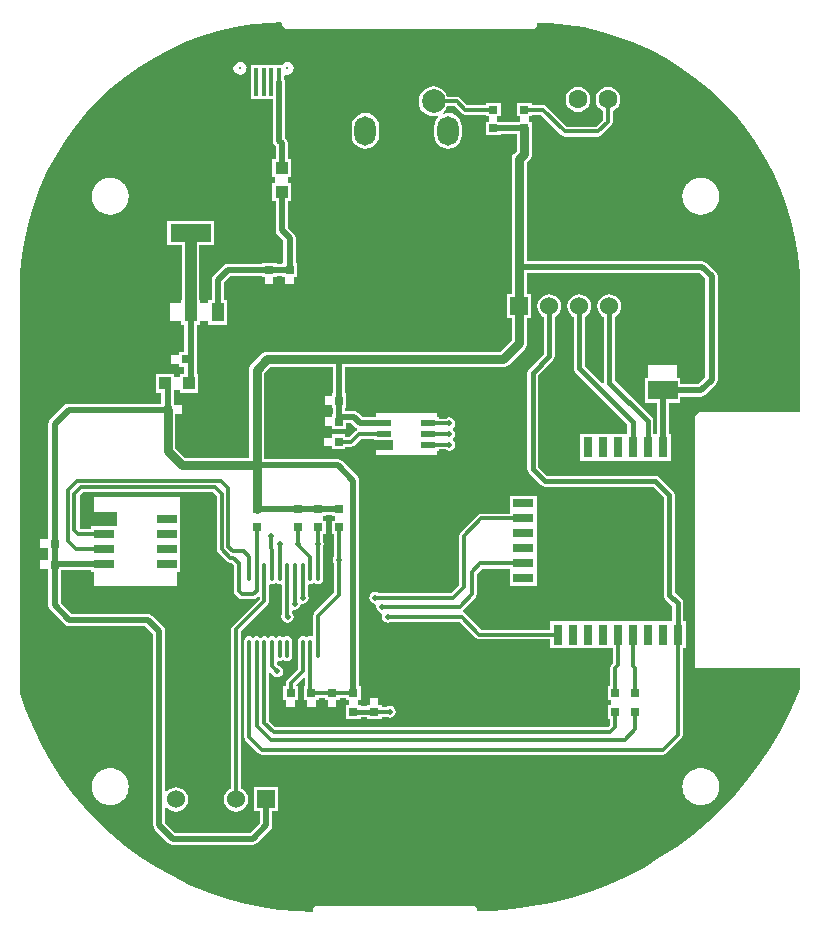
<source format=gtl>
%FSTAX23Y23*%
%MOIN*%
%SFA1B1*%

%IPPOS*%
%ADD12C,0.011811*%
%ADD30R,0.015748X0.094488*%
%ADD31R,0.031496X0.070000*%
%ADD32R,0.070000X0.031496*%
%ADD33R,0.030000X0.025000*%
%ADD34R,0.025000X0.030000*%
%ADD35R,0.098425X0.062992*%
%ADD36R,0.047244X0.023622*%
%ADD37R,0.043307X0.061024*%
%ADD38R,0.135827X0.061024*%
%ADD39R,0.043307X0.061024*%
%ADD40R,0.070866X0.031496*%
%ADD41R,0.043307X0.039370*%
%ADD42R,0.039370X0.043307*%
%ADD43O,0.011811X0.062992*%
%ADD65C,0.019685*%
%ADD66C,0.031496*%
%ADD67C,0.015748*%
%ADD68C,0.039370*%
%ADD69C,0.062992*%
%ADD70C,0.011811*%
%ADD71O,0.055118X0.086614*%
%ADD72O,0.070866X0.098425*%
%ADD73C,0.078740*%
%ADD74R,0.060000X0.060000*%
%ADD75C,0.060000*%
%ADD76C,0.019685*%
%LNÎÂÊª¶È¹âÕÕ´«¸Ð-1*%
%LPD*%
G36*
X05928Y04048D02*
Y04044D01*
X05928Y04044*
X05928Y04043*
X05929Y04038*
X05932Y04034*
X05936Y04031*
X05941Y0403*
X06766*
X0677Y04031*
X06775Y04034*
X06777Y04038*
X06778Y04043*
X06778Y04044*
X06778Y04044*
Y04047*
X06782Y0405*
X0682Y04049*
X06878Y04043*
X06935Y04034*
X06992Y0402*
X07048Y04003*
X07103Y03983*
X07156Y03959*
X07208Y03931*
X07257Y039*
X07305Y03866*
X0735Y03829*
X07393Y03789*
X07433Y03747*
X0747Y03701*
X07504Y03654*
X07534Y03604*
X07562Y03553*
X07586Y03499*
X07607Y03445*
X07624Y03389*
X07637Y03332*
X07646Y03274*
X07652Y03216*
X07654Y03163*
X07654Y03158*
Y03156*
Y03153*
Y02751*
X07317*
X07303Y02737*
Y01902*
X07306Y019*
X07654*
Y01827*
X07648Y01811*
X07621Y01751*
X07591Y01693*
X07558Y01636*
X07521Y01581*
X07481Y01529*
X07439Y01478*
X07394Y01431*
X07346Y01385*
X07296Y01343*
X07243Y01303*
X07188Y01267*
X07132Y01233*
X07073Y01203*
X07013Y01176*
X06952Y01153*
X06889Y01133*
X06825Y01116*
X06761Y01104*
X06696Y01094*
X0663Y01089*
X06581Y01088*
X06577Y01091*
Y01093*
X06576Y01098*
X06573Y01102*
X06569Y01104*
X06564Y01105*
X06043*
X06038Y01104*
X06034Y01102*
X06031Y01098*
X0603Y01093*
Y01089*
X06027Y01086*
X0598Y01087*
X05918Y01093*
X05856Y01102*
X05795Y01115*
X05735Y01132*
X05676Y01152*
X05618Y01176*
X05562Y01204*
X05507Y01235*
X05455Y01269*
X05404Y01306*
X05356Y01346*
X05311Y01389*
X05268Y01434*
X05228Y01482*
X05191Y01533*
X05157Y01585*
X05126Y0164*
X05099Y01696*
X05075Y01754*
X05054Y01813*
X05053Y01819*
Y03161*
X05052Y03162*
X05054Y03218*
X0506Y03276*
X05069Y03333*
X05083Y0339*
X051Y03446*
X0512Y03501*
X05144Y03554*
X05172Y03606*
X05203Y03655*
X05237Y03703*
X05274Y03748*
X05314Y03791*
X05356Y03831*
X05402Y03868*
X05449Y03902*
X05499Y03933*
X0555Y0396*
X05603Y03984*
X05658Y04005*
X05714Y04022*
X05771Y04035*
X05829Y04045*
X05887Y0405*
X05925Y04052*
X05928Y04048*
G37*
%LNÎÂÊª¶È¹âÕÕ´«¸Ð-2*%
%LPC*%
G36*
X05945Y03919D02*
X05936Y03918D01*
X05929Y03913*
X05927Y0391*
X05822*
Y03795*
X05897*
Y03787*
X05896Y03785*
X05897Y03782*
Y03656*
X05898Y03648*
X05903Y03642*
X05906Y03638*
Y03594*
X05895*
Y03534*
X05905*
Y03515*
X05895*
Y03455*
X05906*
Y03357*
X05908Y03349*
X05912Y03342*
X05931Y03323*
Y03248*
X05927*
Y03246*
X05909*
Y03248*
X05859*
Y03246*
X05746*
X05738Y03244*
X05731Y0324*
X05698Y03206*
X05693Y032*
X05692Y03192*
Y03124*
X0568*
Y03114*
X05653*
Y03124*
X05651*
Y03309*
X05699*
Y0339*
X05544*
Y03309*
X05592*
Y03124*
X0559*
Y03114*
X05554*
Y03055*
X0559*
Y03043*
X05601*
Y02952*
X05583*
Y02941*
X05558*
Y02912*
X05583*
Y02902*
X05601*
Y02878*
X05586*
Y02868*
X05567*
Y02878*
X05507*
Y02815*
X05525*
Y02785*
X05523*
Y0278*
X05216*
X05208Y02778*
X05201Y02774*
X05154Y02727*
X0515Y0272*
X05148Y02713*
Y02338*
X05146*
Y02327*
X05121*
Y02298*
X05146*
Y02288*
X05148*
Y02268*
X05146*
Y02257*
X05121*
Y02228*
X05146*
Y02218*
X05148*
Y02108*
X0515Y021*
X05154Y02093*
X05203Y02044*
X0521Y0204*
X05218Y02038*
X05471*
X05497Y02012*
Y01375*
X05499Y01367*
X05503Y0136*
X05548Y01315*
X05555Y01311*
X05563Y01309*
X0583*
X05837Y01311*
X05844Y01315*
X05888Y01359*
X05892Y01366*
X05894Y01374*
Y01421*
X05914*
Y01501*
X05834*
Y01421*
X05853*
Y01382*
X05821Y0135*
X05571*
X05538Y01383*
Y01433*
X05543Y01435*
X05545Y01432*
X05553Y01426*
X05563Y01422*
X05574Y0142*
X05584Y01422*
X05594Y01426*
X05602Y01432*
X05608Y0144*
X05612Y0145*
X05614Y01461*
X05612Y01471*
X05608Y01481*
X05602Y01489*
X05594Y01495*
X05584Y01499*
X05574Y01501*
X05563Y01499*
X05553Y01495*
X05545Y01489*
X05543Y01486*
X05538Y01488*
Y02021*
X05536Y02028*
X05532Y02035*
X05494Y02073*
X05487Y02077*
X0548Y02079*
X05226*
X05189Y02116*
Y02218*
X05191*
Y02225*
X05289*
Y0222*
X05299*
Y02173*
X05578*
Y0222*
X05588*
Y0227*
Y0232*
Y0237*
Y02421*
X05587*
Y02468*
X05299*
Y02418*
X05376*
Y02371*
X05289*
Y02362*
X05255*
X05252Y02365*
Y02473*
X05263Y02484*
X05697*
X05709Y02472*
Y02294*
X05711Y02287*
X05714Y02282*
X05742Y02254*
X05747Y02251*
X05753Y02249*
X05759*
X05766Y02242*
Y02155*
X05768Y02148*
X05771Y02143*
X05782Y02132*
X05787Y02129*
X05794Y02127*
X05831*
X05837Y02129*
X05842Y02132*
X05847Y02137*
X05852Y02135*
Y02129*
X05762Y0204*
X05759Y02035*
X05757Y02029*
Y01497*
X05753Y01495*
X05745Y01489*
X05739Y01481*
X05735Y01471*
X05733Y01461*
X05735Y0145*
X05739Y0144*
X05745Y01432*
X05753Y01426*
X05763Y01422*
X05774Y0142*
X05784Y01422*
X05794Y01426*
X05802Y01432*
X05808Y0144*
X05812Y0145*
X05814Y01461*
X05812Y01471*
X05808Y01481*
X05802Y01489*
X05794Y01495*
X0579Y01497*
Y02022*
X05879Y02111*
X05883Y02117*
X05884Y02123*
Y02175*
X05889Y02179*
X05893Y02178*
X059Y02179*
X05905Y02182*
X05907*
X05913Y02179*
X05919Y02178*
X05923Y02178*
X05928Y02175*
Y02079*
X05927Y02077*
X05925Y0207*
X05927Y02062*
X05931Y02055*
X05938Y02051*
X05946Y02049*
X05953Y02051*
X0596Y02055*
X05964Y02062*
X05966Y0207*
X05964Y02077*
X0596Y02083*
Y02089*
X05965Y02093*
X0597Y02092*
X05977Y02094*
X05984Y02098*
X05988Y02105*
X0599Y02113*
X05991Y02113*
X05996Y02112*
X06003Y02114*
X0601Y02118*
X06014Y02125*
X06016Y02133*
X06014Y0214*
X06012Y02144*
Y02175*
X06017Y02179*
X06021Y02178*
X06027Y02179*
X0603Y02181*
X06034Y02182*
X06038Y02181*
X06041Y02179*
X06047Y02178*
X06053Y02179*
X06058Y02182*
X06062Y02188*
X06063Y02194*
Y02245*
Y02301*
X06065Y02304*
X06067Y02312*
X06065Y02319*
X06063Y02322*
Y02344*
X06073*
Y02389*
X06062*
Y02406*
X06073*
Y02408*
X06092*
Y02406*
X06102*
Y02389*
X06092*
Y02344*
X061*
Y02271*
X06098Y02267*
X06096Y0226*
X06098Y02252*
X061Y02248*
Y02149*
X06035Y02084*
X06032Y02079*
X06031Y02073*
Y02007*
X06026Y02004*
X06021Y02005*
X06015Y02004*
X0601Y02*
X06007*
X06002Y02004*
X05996Y02005*
X05989Y02004*
X05984Y02*
X05981Y01995*
X05979Y01989*
Y01963*
Y01937*
Y01894*
X05944Y01859*
X05941Y01854*
X05939Y01848*
Y01837*
X05931*
Y01792*
X05941*
Y01767*
X0597*
Y01792*
X05981*
Y01837*
X05975*
X05973Y01842*
X06Y0187*
X06005Y01868*
Y01837*
X06*
Y01792*
X0601*
Y01767*
X06039*
Y01792*
X0605*
Y01798*
X06069*
Y01792*
X06079*
Y01767*
X06108*
Y01792*
X06119*
Y01798*
X0614*
Y01792*
X0615*
Y01775*
X0614*
Y0173*
X0619*
Y01734*
X06209*
Y0173*
X06259*
Y01736*
X06275*
X06279Y01734*
X06287Y01732*
X06294Y01734*
X06301Y01738*
X06305Y01745*
X06307Y01753*
X06305Y0176*
X06301Y01767*
X06294Y01771*
X06287Y01773*
X06279Y01771*
X06275Y01769*
X06259*
Y01775*
X06248*
Y018*
X06219*
Y01775*
X06209*
Y01771*
X0619*
Y01775*
X06179*
Y01792*
X0619*
Y01837*
X06185*
Y02523*
X06183Y0253*
X06179Y02537*
X06128Y02588*
X06121Y02592*
X06114Y02594*
X05867*
Y02882*
X05886Y02901*
X06096*
Y02815*
X06094*
Y02804*
X06069*
Y02775*
X06094*
Y02765*
X06096*
Y02745*
X06094*
Y02734*
X06069*
Y02705*
X06094*
Y02695*
X06139*
Y02715*
X06158*
X06174Y027*
X06176Y02698*
X06176Y02692*
X06173Y0269*
X06151Y02668*
X06138*
Y02677*
X06093*
Y02666*
X06068*
Y02637*
X06093*
Y02627*
X06138*
Y02635*
X06158*
X06164Y02637*
X06169Y0264*
X06191Y02662*
X06232*
Y02657*
X06296*
Y02624*
X06239*
Y02607*
X06443*
Y02621*
X06449*
Y02627*
X06473*
X06476Y02624*
X06484Y02623*
X06492Y02624*
X06498Y02629*
X06503Y02635*
X06504Y02643*
X06503Y02651*
X06498Y02657*
X06497Y02658*
Y02663*
X06498Y02664*
X06503Y02671*
X06504Y02679*
X06503Y02686*
X06498Y02693*
X06497Y02694*
Y02699*
X06498Y027*
X06503Y02706*
X06504Y02714*
X06503Y02722*
X06498Y02728*
X06492Y02733*
X06484Y02734*
X06476Y02733*
X06473Y0273*
X06449*
Y02736*
X06443*
Y02749*
X06239*
Y02736*
X06232*
Y02734*
X06196*
X06181Y0275*
X06174Y02754*
X06167Y02756*
X06137*
Y02765*
X06139*
Y02815*
X06137*
Y02901*
X06664*
X0667Y02901*
X06676Y02904*
X06682Y02908*
X06736Y02962*
X0674Y02968*
X06743Y02974*
X06743Y02981*
Y03065*
X06758*
Y03145*
X06743*
Y03214*
X07319*
X07338Y03195*
Y02867*
X07315Y02844*
X07255*
Y02865*
X07245*
Y02909*
X07147*
Y02865*
X07136*
Y02782*
X07176*
Y0268*
X07164*
Y02722*
X07163Y02728*
X07159Y02734*
X07036Y02858*
Y03069*
X07038Y0307*
X07046Y03076*
X07052Y03084*
X07056Y03094*
X07058Y03105*
X07056Y03115*
X07052Y03125*
X07046Y03133*
X07038Y03139*
X07028Y03143*
X07018Y03145*
X07007Y03143*
X06997Y03139*
X06989Y03133*
X06983Y03125*
X06979Y03115*
X06977Y03105*
X06979Y03094*
X06983Y03084*
X06989Y03076*
X06997Y0307*
X06999Y03069*
Y0285*
X07Y02848*
X06995Y02846*
X06936Y02905*
Y03069*
X06938Y0307*
X06946Y03076*
X06952Y03084*
X06956Y03094*
X06958Y03105*
X06956Y03115*
X06952Y03125*
X06946Y03133*
X06938Y03139*
X06928Y03143*
X06918Y03145*
X06907Y03143*
X06897Y03139*
X06889Y03133*
X06883Y03125*
X06879Y03115*
X06877Y03105*
X06879Y03094*
X06883Y03084*
X06889Y03076*
X06897Y0307*
X06899Y03069*
Y02898*
X06901Y02891*
X06905Y02885*
X07078Y02711*
Y0268*
X0692*
Y0259*
X07222*
Y0268*
X07216*
Y02782*
X07255*
Y02803*
X07324*
X07331Y02805*
X07338Y02809*
X07373Y02844*
X07377Y02851*
X07379Y02859*
Y03204*
X07377Y03211*
X07373Y03218*
X07342Y03249*
X07335Y03253*
X07328Y03255*
X06743*
Y03584*
X06753Y03593*
X06757Y03599*
X0676Y03605*
X0676Y03612*
Y03698*
X0676Y03704*
X0676Y03704*
Y0372*
X06749*
Y03737*
X0676*
Y03743*
X0679*
X06858Y03675*
X06863Y03672*
X0687Y0367*
X06981*
X06987Y03672*
X06992Y03675*
X07025Y03708*
X07028Y03713*
X0703Y0372*
Y03755*
X07034Y03757*
X07043Y03764*
X0705Y03773*
X07054Y03783*
X07055Y03794*
X07054Y03804*
X0705Y03814*
X07043Y03823*
X07034Y0383*
X07024Y03834*
X07014Y03835*
X07003Y03834*
X06993Y0383*
X06984Y03823*
X06977Y03814*
X06973Y03804*
X06972Y03794*
X06973Y03783*
X06977Y03773*
X06984Y03764*
X06993Y03757*
X06997Y03755*
Y03726*
X06974Y03703*
X06876*
X06808Y03771*
X06803Y03774*
X06797Y03776*
X0676*
Y03782*
X0671*
Y03737*
X0672*
Y0372*
X0671*
Y03718*
X06656*
Y0372*
X06645*
Y03737*
X06656*
Y03782*
X06606*
Y03776*
X06543*
X0652Y03799*
X06515Y03802*
X06509Y03803*
X06478*
X06475Y03812*
X06467Y03822*
X06456Y0383*
X06444Y03835*
X06432Y03837*
X06419Y03835*
X06407Y0383*
X06396Y03822*
X06388Y03812*
X06383Y038*
X06382Y03787*
X06383Y03774*
X06388Y03762*
X06396Y03752*
X06407Y03744*
X06419Y03739*
X06432Y03737*
X06444Y03739*
X06447Y0374*
X06449Y03736*
X06448Y03735*
X06441Y03725*
X06436Y03714*
X06435Y03702*
Y03675*
X06436Y03663*
X06441Y03652*
X06448Y03642*
X06458Y03635*
X06469Y03631*
X06481Y03629*
X06493Y03631*
X06504Y03635*
X06513Y03642*
X0652Y03652*
X06525Y03663*
X06527Y03675*
Y03702*
X06525Y03714*
X0652Y03725*
X06513Y03735*
X06504Y03742*
X06493Y03747*
X06481Y03748*
X06469Y03747*
X06467Y03746*
X06465Y0375*
X06467Y03752*
X06475Y03762*
X06478Y03771*
X06502*
X06525Y03748*
X0653Y03745*
X06537Y03743*
X06606*
Y03737*
X06616*
Y0372*
X06606*
Y03675*
X06656*
Y03677*
X06709*
Y03622*
X06699Y03613*
X06695Y03607*
X06692Y03601*
X06692Y03595*
Y03235*
Y03145*
X06678*
Y03065*
X06692*
Y02991*
X06653Y02952*
X05876*
X05869Y02952*
X05863Y02949*
X05857Y02945*
X05823Y02911*
X05819Y02905*
X05816Y02899*
X05816Y02893*
Y02599*
X05605*
X05571Y02633*
Y02745*
X05593*
Y02774*
X05568*
Y02785*
X05566*
Y02815*
X05567*
Y02825*
X05586*
Y02815*
X05646*
Y02878*
X05642*
Y03043*
X05653*
Y03055*
X0568*
Y03043*
X05744*
Y03124*
X05732*
Y03184*
X05754Y03205*
X05859*
Y03203*
X05869*
Y03178*
X05898*
Y03203*
X05909*
Y03205*
X05927*
Y03203*
X05937*
Y03178*
X05966*
Y03203*
X05977*
Y03248*
X05972*
Y03332*
X0597Y03339*
X05966Y03346*
X05947Y03365*
Y03455*
X05958*
Y03515*
X05948*
Y03534*
X05958*
Y03594*
X05947*
Y03647*
X05945Y03654*
X05941Y03661*
X05937Y03664*
Y03852*
X05936Y0386*
X05935Y03861*
Y03872*
X0594Y03876*
X05945Y03875*
X05953Y03877*
X05961Y03881*
X05965Y03889*
X05967Y03897*
X05965Y03906*
X05961Y03913*
X05953Y03918*
X05945Y03919*
G37*
G36*
X05787D02*
X05779Y03918D01*
X05772Y03913*
X05767Y03906*
X05765Y03897*
X05767Y03889*
X05772Y03881*
X05779Y03877*
X05787Y03875*
X05796Y03877*
X05803Y03881*
X05808Y03889*
X0581Y03897*
X05808Y03906*
X05803Y03913*
X05796Y03918*
X05787Y03919*
G37*
G36*
X06914Y03835D02*
X06903Y03834D01*
X06893Y0383*
X06884Y03823*
X06877Y03814*
X06873Y03804*
X06872Y03794*
X06873Y03783*
X06877Y03773*
X06884Y03764*
X06893Y03757*
X06903Y03753*
X06914Y03752*
X06924Y03753*
X06934Y03757*
X06943Y03764*
X0695Y03773*
X06954Y03783*
X06955Y03794*
X06954Y03804*
X0695Y03814*
X06943Y03823*
X06934Y0383*
X06924Y03834*
X06914Y03835*
G37*
G36*
X06205Y03748D02*
X06193Y03747D01*
X06182Y03742*
X06173Y03735*
X06165Y03725*
X06161Y03714*
X06159Y03702*
Y03675*
X06161Y03663*
X06165Y03652*
X06173Y03642*
X06182Y03635*
X06193Y03631*
X06205Y03629*
X06217Y03631*
X06228Y03635*
X06238Y03642*
X06245Y03652*
X06249Y03663*
X06251Y03675*
Y03702*
X06249Y03714*
X06245Y03725*
X06238Y03735*
X06228Y03742*
X06217Y03747*
X06205Y03748*
G37*
G36*
X07323Y03533D02*
X07319Y03533D01*
X07318*
X07317Y03533*
X07316*
X07314Y03532*
X07311Y03532*
X07307Y03531*
X07306Y03531*
X07305Y0353*
X07304Y0353*
X07303Y0353*
X07299Y03529*
X07296Y03527*
X07295Y03526*
X07294Y03526*
X07293Y03525*
X07292Y03525*
X07288Y03523*
X07286Y03521*
X07284Y0352*
X07284Y03519*
X07283Y03519*
X07282Y03518*
X07279Y03515*
X07277Y03512*
X07276Y03511*
X07275Y03511*
X07275Y0351*
X07274Y03509*
X07271Y03506*
X0727Y03503*
X07269Y03501*
X07269Y03501*
X07268Y035*
X07267Y03498*
X07266Y03495*
X07265Y03492*
X07264Y0349*
X07264Y03489*
X07264Y03489*
X07263Y03487*
X07262Y03484*
X07262Y0348*
X07262Y03479*
Y03478*
X07261Y03477*
Y03475*
X07261Y03472*
X07261Y03468*
Y03467*
X07262Y03466*
Y03465*
X07262Y03463*
X07262Y0346*
X07263Y03456*
X07264Y03455*
X07264Y03454*
X07264Y03453*
X07265Y03451*
X07266Y03448*
X07267Y03445*
X07268Y03443*
X07269Y03443*
X07269Y03442*
X0727Y0344*
X07271Y03437*
X07274Y03435*
X07275Y03433*
X07275Y03433*
X07276Y03432*
X07277Y03431*
X07279Y03428*
X07282Y03426*
X07283Y03425*
X07284Y03424*
X07284Y03423*
X07286Y03423*
X07288Y0342*
X07292Y03419*
X07293Y03418*
X07294Y03417*
X07295Y03417*
X07296Y03416*
X07299Y03415*
X07303Y03414*
X07304Y03413*
X07305Y03413*
X07306Y03412*
X07307Y03412*
X07311Y03411*
X07314Y03411*
X07316Y0341*
X07317*
X07318Y0341*
X07319*
X07323Y0341*
X07326Y0341*
X07328*
X07329Y0341*
X0733*
X07331Y03411*
X07335Y03411*
X07338Y03412*
X0734Y03412*
X07341Y03413*
X07342Y03413*
X07343Y03414*
X07346Y03415*
X0735Y03416*
X07351Y03417*
X07352Y03417*
X07353Y03418*
X07354Y03419*
X07357Y0342*
X0736Y03423*
X07361Y03423*
X07362Y03424*
X07363Y03425*
X07364Y03426*
X07366Y03428*
X07369Y03431*
X0737Y03432*
X0737Y03433*
X07371Y03433*
X07372Y03435*
X07374Y03437*
X07376Y0344*
X07377Y03442*
X07377Y03443*
X07378Y03443*
X07378Y03445*
X0738Y03448*
X07381Y03451*
X07381Y03453*
X07382Y03454*
X07382Y03455*
X07382Y03456*
X07383Y0346*
X07384Y03463*
X07384Y03465*
Y03466*
X07384Y03467*
Y03468*
X07384Y03472*
X07384Y03475*
Y03477*
X07384Y03478*
Y03479*
X07384Y0348*
X07383Y03484*
X07382Y03487*
X07382Y03489*
X07382Y03489*
X07381Y0349*
X07381Y03492*
X0738Y03495*
X07378Y03498*
X07378Y035*
X07377Y03501*
X07377Y03501*
X07376Y03503*
X07374Y03506*
X07372Y03509*
X07371Y0351*
X0737Y03511*
X0737Y03511*
X07369Y03512*
X07366Y03515*
X07364Y03518*
X07363Y03519*
X07362Y03519*
X07361Y0352*
X0736Y03521*
X07357Y03523*
X07354Y03525*
X07353Y03525*
X07352Y03526*
X07351Y03526*
X0735Y03527*
X07346Y03529*
X07343Y0353*
X07342Y0353*
X07341Y0353*
X0734Y03531*
X07338Y03531*
X07335Y03532*
X07331Y03532*
X0733Y03533*
X07329*
X07328Y03533*
X07326*
X07323Y03533*
G37*
G36*
X05354D02*
X05351Y03533D01*
X05349*
X05348Y03533*
X05347*
X05346Y03532*
X05342Y03532*
X05339Y03531*
X05337Y03531*
X05336Y0353*
X05335Y0353*
X05334Y0353*
X05331Y03529*
X05327Y03527*
X05326Y03526*
X05325Y03526*
X05324Y03525*
X05323Y03525*
X0532Y03523*
X05317Y03521*
X05316Y0352*
X05315Y03519*
X05314Y03519*
X05313Y03518*
X05311Y03515*
X05308Y03512*
X05307Y03511*
X05307Y03511*
X05306Y0351*
X05305Y03509*
X05303Y03506*
X05301Y03503*
X053Y03501*
X053Y03501*
X05299Y035*
X05299Y03498*
X05297Y03495*
X05296Y03492*
X05296Y0349*
X05295Y03489*
X05295Y03489*
X05295Y03487*
X05294Y03484*
X05293Y0348*
X05293Y03479*
Y03478*
X05293Y03477*
Y03475*
X05293Y03472*
X05293Y03468*
Y03467*
X05293Y03466*
Y03465*
X05293Y03463*
X05294Y0346*
X05295Y03456*
X05295Y03455*
X05295Y03454*
X05296Y03453*
X05296Y03451*
X05297Y03448*
X05299Y03445*
X05299Y03443*
X053Y03443*
X053Y03442*
X05301Y0344*
X05303Y03437*
X05305Y03435*
X05306Y03433*
X05307Y03433*
X05307Y03432*
X05308Y03431*
X05311Y03428*
X05313Y03426*
X05314Y03425*
X05315Y03424*
X05316Y03423*
X05317Y03423*
X0532Y0342*
X05323Y03419*
X05324Y03418*
X05325Y03417*
X05326Y03417*
X05327Y03416*
X05331Y03415*
X05334Y03414*
X05335Y03413*
X05336Y03413*
X05337Y03412*
X05339Y03412*
X05342Y03411*
X05346Y03411*
X05347Y0341*
X05348*
X05349Y0341*
X05351*
X05354Y0341*
X05358Y0341*
X05359*
X0536Y0341*
X05361*
X05363Y03411*
X05366Y03411*
X0537Y03412*
X05371Y03412*
X05372Y03413*
X05373Y03413*
X05374Y03414*
X05378Y03415*
X05381Y03416*
X05382Y03417*
X05383Y03417*
X05384Y03418*
X05385Y03419*
X05389Y0342*
X05391Y03423*
X05393Y03423*
X05393Y03424*
X05394Y03425*
X05395Y03426*
X05398Y03428*
X054Y03431*
X05401Y03432*
X05402Y03433*
X05402Y03433*
X05403Y03435*
X05406Y03437*
X05407Y0344*
X05408Y03442*
X05408Y03443*
X05409Y03443*
X0541Y03445*
X05411Y03448*
X05412Y03451*
X05413Y03453*
X05413Y03454*
X05413Y03455*
X05414Y03456*
X05415Y0346*
X05415Y03463*
X05415Y03465*
Y03466*
X05416Y03467*
Y03468*
X05416Y03472*
X05416Y03475*
Y03477*
X05415Y03478*
Y03479*
X05415Y0348*
X05415Y03484*
X05414Y03487*
X05413Y03489*
X05413Y03489*
X05413Y0349*
X05412Y03492*
X05411Y03495*
X0541Y03498*
X05409Y035*
X05408Y03501*
X05408Y03501*
X05407Y03503*
X05406Y03506*
X05403Y03509*
X05402Y0351*
X05402Y03511*
X05401Y03511*
X054Y03512*
X05398Y03515*
X05395Y03518*
X05394Y03519*
X05393Y03519*
X05393Y0352*
X05391Y03521*
X05389Y03523*
X05385Y03525*
X05384Y03525*
X05383Y03526*
X05382Y03526*
X05381Y03527*
X05378Y03529*
X05374Y0353*
X05373Y0353*
X05372Y0353*
X05371Y03531*
X0537Y03531*
X05366Y03532*
X05363Y03532*
X05361Y03533*
X0536*
X05359Y03533*
X05358*
X05354Y03533*
G37*
G36*
X06818Y03145D02*
X06807Y03143D01*
X06797Y03139*
X06789Y03133*
X06783Y03125*
X06779Y03115*
X06777Y03105*
X06779Y03094*
X06783Y03084*
X06789Y03076*
X06797Y0307*
X06799Y03069*
Y02945*
X0675Y02895*
X06746Y02889*
X06744Y02883*
Y02563*
X06746Y02556*
X0675Y0255*
X06791Y02509*
X06797Y02505*
X06804Y02503*
X07163*
X07199Y02467*
Y02143*
X07201Y02136*
X07205Y0213*
X07228Y02106*
Y02055*
X0682*
Y02026*
X06592*
X06537Y02081*
X06532Y02084*
X0653Y02085*
X06529Y0209*
X0653Y02091*
X06572Y02133*
X06575Y02138*
X06577Y02145*
Y02213*
X06594Y0223*
X06686*
Y02171*
X06776*
Y02221*
Y02271*
Y02321*
Y02371*
Y02421*
Y02472*
X06686*
Y02413*
X06591*
X06584Y02412*
X06579Y02408*
X06522Y02351*
X06519Y02346*
X06517Y0234*
Y02175*
X06491Y02149*
X06249*
X06245Y02151*
X06238Y02153*
X0623Y02151*
X06223Y02147*
X06219Y0214*
X06217Y02133*
X06219Y02125*
X06223Y02118*
X0623Y02114*
X06238Y02112*
X06238Y02112*
X06241Y02108*
X0624Y02103*
X06242Y02095*
X06246Y02088*
X06253Y02084*
X06258Y02083*
X06261Y02078*
X06261Y02077*
X06259Y0207*
X06261Y02062*
X06265Y02055*
X06272Y02051*
X0628Y02049*
X06287Y02051*
X06291Y02053*
X06519*
X06574Y01999*
X06579Y01995*
X06585Y01994*
X0682*
Y01965*
X0703*
Y01915*
X07025Y0191*
X07022Y01905*
X0702Y01899*
Y01837*
X07012*
Y01792*
X07022*
Y01775*
X07012*
Y0173*
X0702*
Y01707*
X07014Y01701*
X05905*
X05884Y01722*
Y01881*
X05889Y01884*
X05891Y01883*
X05892Y0188*
X05896Y01873*
X05903Y01869*
X05911Y01867*
X05918Y01869*
X05925Y01873*
X05929Y0188*
X05931Y01888*
X05929Y01895*
X05925Y01902*
X05918Y01906*
X05914Y01907*
X0591Y01911*
Y01919*
X05915Y01922*
X05919Y01921*
X05925Y01922*
X05928Y01924*
X05932Y01925*
X05935Y01924*
X05938Y01922*
X05945Y01921*
X05951Y01922*
X05956Y01926*
X05959Y01931*
X05961Y01937*
Y01989*
X05959Y01995*
X05956Y02*
X05951Y02004*
X05945Y02005*
X05938Y02004*
X05935Y02002*
X05932Y02*
X05928Y02002*
X05925Y02004*
X05919Y02005*
X05913Y02004*
X0591Y02002*
X05906Y02*
X05902Y02002*
X059Y02004*
X05893Y02005*
X05887Y02004*
X05882Y02*
X05879*
X05874Y02004*
X05868Y02005*
X05862Y02004*
X05856Y02*
X05854*
X05848Y02004*
X05842Y02005*
X05836Y02004*
X05831Y02*
X05828*
X05823Y02004*
X05817Y02005*
X0581Y02004*
X05805Y02*
X05802Y01995*
X058Y01989*
Y01963*
Y01937*
Y01667*
X05802Y01661*
X05805Y01656*
X05847Y01614*
X05852Y01611*
X05859Y01609*
X07197*
X07203Y01611*
X07208Y01614*
X07257Y01664*
X07261Y01669*
X07262Y01675*
Y01965*
X07272*
Y02055*
X07264*
Y02114*
X07263Y02121*
X07259Y02127*
X07236Y0215*
Y02475*
X07234Y02481*
X0723Y02487*
X07183Y02534*
X07177Y02538*
X07171Y0254*
X06811*
X06781Y0257*
Y02875*
X0683Y02925*
X06834Y02931*
X06836Y02938*
Y03069*
X06838Y0307*
X06846Y03076*
X06852Y03084*
X06856Y03094*
X06858Y03105*
X06856Y03115*
X06852Y03125*
X06846Y03133*
X06838Y03139*
X06828Y03143*
X06818Y03145*
G37*
G36*
X07323Y01565D02*
X07319Y01564D01*
X07318*
X07317Y01564*
X07316*
X07314Y01564*
X07311Y01564*
X07307Y01563*
X07306Y01562*
X07305Y01562*
X07304Y01562*
X07303Y01561*
X07299Y0156*
X07296Y01558*
X07295Y01558*
X07294Y01557*
X07293Y01557*
X07292Y01556*
X07288Y01554*
X07286Y01552*
X07284Y01551*
X07284Y01551*
X07283Y0155*
X07282Y01549*
X07279Y01547*
X07277Y01544*
X07276Y01543*
X07275Y01542*
X07275Y01541*
X07274Y0154*
X07271Y01537*
X0727Y01534*
X07269Y01533*
X07269Y01532*
X07268Y01531*
X07267Y0153*
X07266Y01527*
X07265Y01523*
X07264Y01522*
X07264Y01521*
X07264Y0152*
X07263Y01519*
X07262Y01515*
X07262Y01512*
X07262Y0151*
Y01509*
X07261Y01508*
Y01507*
X07261Y01503*
X07261Y015*
Y01498*
X07262Y01497*
Y01496*
X07262Y01495*
X07262Y01491*
X07263Y01488*
X07264Y01486*
X07264Y01485*
X07264Y01484*
X07265Y01483*
X07266Y01479*
X07267Y01476*
X07268Y01475*
X07269Y01474*
X07269Y01473*
X0727Y01472*
X07271Y01469*
X07274Y01466*
X07275Y01465*
X07275Y01464*
X07276Y01463*
X07277Y01462*
X07279Y01459*
X07282Y01457*
X07283Y01456*
X07284Y01456*
X07284Y01455*
X07286Y01454*
X07288Y01452*
X07292Y0145*
X07293Y01449*
X07294Y01449*
X07295Y01448*
X07296Y01448*
X07299Y01446*
X07303Y01445*
X07304Y01444*
X07305Y01444*
X07306Y01444*
X07307Y01444*
X07311Y01443*
X07314Y01442*
X07316Y01442*
X07317*
X07318Y01442*
X07319*
X07323Y01441*
X07326Y01442*
X07328*
X07329Y01442*
X0733*
X07331Y01442*
X07335Y01443*
X07338Y01444*
X0734Y01444*
X07341Y01444*
X07342Y01444*
X07343Y01445*
X07346Y01446*
X0735Y01448*
X07351Y01448*
X07352Y01449*
X07353Y01449*
X07354Y0145*
X07357Y01452*
X0736Y01454*
X07361Y01455*
X07362Y01456*
X07363Y01456*
X07364Y01457*
X07366Y01459*
X07369Y01462*
X0737Y01463*
X0737Y01464*
X07371Y01465*
X07372Y01466*
X07374Y01469*
X07376Y01472*
X07377Y01473*
X07377Y01474*
X07378Y01475*
X07378Y01476*
X0738Y01479*
X07381Y01483*
X07381Y01484*
X07382Y01485*
X07382Y01486*
X07382Y01488*
X07383Y01491*
X07384Y01495*
X07384Y01496*
Y01497*
X07384Y01498*
Y015*
X07384Y01503*
X07384Y01507*
Y01508*
X07384Y01509*
Y0151*
X07384Y01512*
X07383Y01515*
X07382Y01519*
X07382Y0152*
X07382Y01521*
X07381Y01522*
X07381Y01523*
X0738Y01527*
X07378Y0153*
X07378Y01531*
X07377Y01532*
X07377Y01533*
X07376Y01534*
X07374Y01537*
X07372Y0154*
X07371Y01541*
X0737Y01542*
X0737Y01543*
X07369Y01544*
X07366Y01547*
X07364Y01549*
X07363Y0155*
X07362Y01551*
X07361Y01551*
X0736Y01552*
X07357Y01554*
X07354Y01556*
X07353Y01557*
X07352Y01557*
X07351Y01558*
X0735Y01558*
X07346Y0156*
X07343Y01561*
X07342Y01562*
X07341Y01562*
X0734Y01562*
X07338Y01563*
X07335Y01564*
X07331Y01564*
X0733Y01564*
X07329*
X07328Y01564*
X07326*
X07323Y01565*
G37*
G36*
X05354D02*
X05351Y01564D01*
X05349*
X05348Y01564*
X05347*
X05346Y01564*
X05342Y01564*
X05339Y01563*
X05337Y01562*
X05336Y01562*
X05335Y01562*
X05334Y01561*
X05331Y0156*
X05327Y01558*
X05326Y01558*
X05325Y01557*
X05324Y01557*
X05323Y01556*
X0532Y01554*
X05317Y01552*
X05316Y01551*
X05315Y01551*
X05314Y0155*
X05313Y01549*
X05311Y01547*
X05308Y01544*
X05307Y01543*
X05307Y01542*
X05306Y01541*
X05305Y0154*
X05303Y01537*
X05301Y01534*
X053Y01533*
X053Y01532*
X05299Y01531*
X05299Y0153*
X05297Y01527*
X05296Y01523*
X05296Y01522*
X05295Y01521*
X05295Y0152*
X05295Y01519*
X05294Y01515*
X05293Y01512*
X05293Y0151*
Y01509*
X05293Y01508*
Y01507*
X05293Y01503*
X05293Y015*
Y01498*
X05293Y01497*
Y01496*
X05293Y01495*
X05294Y01491*
X05295Y01488*
X05295Y01486*
X05295Y01485*
X05296Y01484*
X05296Y01483*
X05297Y01479*
X05299Y01476*
X05299Y01475*
X053Y01474*
X053Y01473*
X05301Y01472*
X05303Y01469*
X05305Y01466*
X05306Y01465*
X05307Y01464*
X05307Y01463*
X05308Y01462*
X05311Y01459*
X05313Y01457*
X05314Y01456*
X05315Y01456*
X05316Y01455*
X05317Y01454*
X0532Y01452*
X05323Y0145*
X05324Y01449*
X05325Y01449*
X05326Y01448*
X05327Y01448*
X05331Y01446*
X05334Y01445*
X05335Y01444*
X05336Y01444*
X05337Y01444*
X05339Y01444*
X05342Y01443*
X05346Y01442*
X05347Y01442*
X05348*
X05349Y01442*
X05351*
X05354Y01441*
X05358Y01442*
X05359*
X0536Y01442*
X05361*
X05363Y01442*
X05366Y01443*
X0537Y01444*
X05371Y01444*
X05372Y01444*
X05373Y01444*
X05374Y01445*
X05378Y01446*
X05381Y01448*
X05382Y01448*
X05383Y01449*
X05384Y01449*
X05385Y0145*
X05389Y01452*
X05391Y01454*
X05393Y01455*
X05393Y01456*
X05394Y01456*
X05395Y01457*
X05398Y01459*
X054Y01462*
X05401Y01463*
X05402Y01464*
X05402Y01465*
X05403Y01466*
X05406Y01469*
X05407Y01472*
X05408Y01473*
X05408Y01474*
X05409Y01475*
X0541Y01476*
X05411Y01479*
X05412Y01483*
X05413Y01484*
X05413Y01485*
X05413Y01486*
X05414Y01488*
X05415Y01491*
X05415Y01495*
X05415Y01496*
Y01497*
X05416Y01498*
Y015*
X05416Y01503*
X05416Y01507*
Y01508*
X05415Y01509*
Y0151*
X05415Y01512*
X05415Y01515*
X05414Y01519*
X05413Y0152*
X05413Y01521*
X05413Y01522*
X05412Y01523*
X05411Y01527*
X0541Y0153*
X05409Y01531*
X05408Y01532*
X05408Y01533*
X05407Y01534*
X05406Y01537*
X05403Y0154*
X05402Y01541*
X05402Y01542*
X05401Y01543*
X054Y01544*
X05398Y01547*
X05395Y01549*
X05394Y0155*
X05393Y01551*
X05393Y01551*
X05391Y01552*
X05389Y01554*
X05385Y01556*
X05384Y01557*
X05383Y01557*
X05382Y01558*
X05381Y01558*
X05378Y0156*
X05374Y01561*
X05373Y01562*
X05372Y01562*
X05371Y01562*
X0537Y01563*
X05366Y01564*
X05363Y01564*
X05361Y01564*
X0536*
X05359Y01564*
X05358*
X05354Y01565*
G37*
%LNÎÂÊª¶È¹âÕÕ´«¸Ð-3*%
%LPD*%
G54D12*
X07014Y0372D02*
Y03794D01*
X06981Y03687D02*
X07014Y0372D01*
X0687Y03687D02*
X06981D01*
X06797Y0376D02*
X0687Y03687D01*
X06735Y0376D02*
X06797D01*
X06585Y0201D02*
X06846D01*
X06526Y0207D02*
X06585Y0201D01*
X0628Y0207D02*
X06526D01*
X06234Y01753D02*
X06287D01*
X05893Y01905D02*
X05911Y01888D01*
X05893Y01905D02*
Y01963D01*
X05868Y02123D02*
Y0222D01*
X05774Y02029D02*
X05868Y02123D01*
X05774Y01461D02*
Y02029D01*
X06185Y02679D02*
X06266D01*
X06158Y02652D02*
X06185Y02679D01*
X06116Y02652D02*
X06158D01*
X06432Y03787D02*
X06509D01*
X06537Y0376*
X06631*
X05889Y02297D02*
Y02338D01*
Y02297D02*
X05893Y02292D01*
Y0222D02*
Y02292D01*
Y0222D02*
X05893Y0222D01*
X05919D02*
Y02313D01*
X05944Y02219D02*
X05945Y0222D01*
X05944Y02071D02*
Y02219D01*
Y02071D02*
X05946Y0207D01*
X06588Y02247D02*
X06731D01*
X06561Y0222D02*
X06588Y02247D01*
X06561Y02145D02*
Y0222D01*
X06519Y02103D02*
X06561Y02145D01*
X06261Y02103D02*
X06519D01*
X06591Y02397D02*
X06731D01*
X06534Y0234D02*
X06591Y02397D01*
X06534Y02169D02*
Y0234D01*
X06498Y02133D02*
X06534Y02169D01*
X06238Y02133D02*
X06498D01*
X0597Y02113D02*
Y02219D01*
X0597Y0222*
X05996Y02133D02*
X05996Y02133D01*
Y0222*
X06117Y0226D02*
Y02367D01*
Y02143D02*
Y0226D01*
X06047Y02073D02*
X06117Y02143D01*
X06047Y01963D02*
Y02073D01*
X05981Y02311D02*
Y02367D01*
Y02308D02*
Y02311D01*
Y02308D02*
X06021Y02267D01*
Y0222D02*
Y02267D01*
X06415Y02643D02*
X06484D01*
X06415Y02679D02*
X06484D01*
X07246Y01675D02*
Y0201D01*
X07197Y01626D02*
X07246Y01675D01*
X05859Y01626D02*
X07197D01*
X05817Y01667D02*
X05859Y01626D01*
X05817Y01667D02*
Y01963D01*
X06415Y02714D02*
X06484D01*
X06047Y02366D02*
X06048Y02367D01*
X06047Y0222D02*
Y02366D01*
X07105Y01694D02*
Y01753D01*
X07071Y0166D02*
X07105Y01694D01*
X05889Y0166D02*
X07071D01*
X05842Y01706D02*
X05889Y0166D01*
X05842Y01706D02*
Y01963D01*
X05868Y01715D02*
Y01963D01*
Y01715D02*
X05899Y01685D01*
X07021*
X07037Y01701*
Y01753*
X07096Y01905D02*
Y0201D01*
Y01905D02*
X07105Y01897D01*
Y01815D02*
Y01897D01*
X07046Y01908D02*
Y0201D01*
X07037Y01899D02*
X07046Y01908D01*
X07037Y01815D02*
Y01899D01*
X07041Y02005D02*
X07046Y0201D01*
X06094Y01815D02*
X06165D01*
X06025D02*
X06094D01*
X06021Y01818D02*
X06025Y01815D01*
X06021Y01818D02*
Y01963D01*
X05996Y01888D02*
Y01963D01*
X05956Y01848D02*
X05996Y01888D01*
X05956Y01815D02*
Y01848D01*
X05248Y02346D02*
X05335D01*
X05235Y02359D02*
X05248Y02346D01*
X05235Y02359D02*
Y02479D01*
X05257Y02501*
X05703*
X05726Y02479*
Y02294D02*
Y02479D01*
Y02294D02*
X05753Y02266D01*
X05765*
X05783Y02249*
Y02155D02*
Y02249D01*
Y02155D02*
X05794Y02144D01*
X05831*
X05842Y02155*
Y0222*
Y02366*
X05842Y02367D02*
X05842Y02366D01*
X05817Y0222D02*
Y0227D01*
X058Y02288D02*
X05817Y0227D01*
X05763Y02288D02*
X058D01*
X05748Y02303D02*
X05763Y02288D01*
X05748Y02303D02*
Y02497D01*
X05722Y02523D02*
X05748Y02497D01*
X05245Y02523D02*
X05722D01*
X05214Y02492D02*
X05245Y02523D01*
X05214Y02323D02*
Y02492D01*
Y02323D02*
X05241Y02296D01*
X05335*
G54D30*
X05917Y03852D03*
X05815D03*
X0584D03*
X05866D03*
X05891D03*
G54D31*
X07246Y0201D03*
X07196D03*
X07146D03*
X07096D03*
X07046D03*
X06996D03*
X06946D03*
X06896D03*
X06846D03*
Y02635D03*
X06896D03*
X06946D03*
X06996D03*
X07046D03*
X07096D03*
X07146D03*
X07196D03*
X07246D03*
G54D32*
X06731Y02197D03*
Y02247D03*
Y02297D03*
Y02347D03*
Y02397D03*
Y02447D03*
G54D33*
X05842Y02367D03*
Y02429D03*
X06735Y03698D03*
Y0376D03*
X06048Y02367D03*
Y02429D03*
X05981Y02367D03*
Y02429D03*
X07105Y01815D03*
Y01753D03*
X07037Y01815D03*
Y01753D03*
X06117Y02367D03*
Y02429D03*
X06165Y01753D03*
Y01815D03*
X06631Y0376D03*
Y03698D03*
X06234Y01815D03*
Y01753D03*
X05956Y01815D03*
Y01753D03*
X06094Y01815D03*
Y01753D03*
X06025D03*
Y01815D03*
X05884Y03226D03*
Y03164D03*
X05952Y03226D03*
Y03164D03*
G54D34*
X06117Y0272D03*
X06055D03*
X06054Y02652D03*
X06116D03*
X05546Y0276D03*
X05608D03*
X06117Y0279D03*
X06055D03*
X05606Y02927D03*
X05544D03*
X05169Y02313D03*
X05107D03*
X05169Y02243D03*
X05107D03*
G54D35*
X07196Y02824D03*
Y02942D03*
G54D36*
X06266Y02714D03*
Y02679D03*
Y02643D03*
X06415D03*
Y02679D03*
Y02714D03*
G54D37*
X05622Y03084D03*
X05712D03*
G54D38*
X05622Y03349D03*
G54D39*
X05531Y03084D03*
G54D40*
X05542Y02246D03*
Y02296D03*
Y02346D03*
X05335Y02396D03*
Y02246D03*
Y02296D03*
Y02346D03*
X05542Y02396D03*
G54D41*
X05927Y03485D03*
Y03564D03*
G54D42*
X05537Y02847D03*
X05616D03*
G54D43*
X06047Y0222D03*
X06021D03*
X05996D03*
X0597D03*
X05945D03*
X05919D03*
X05893D03*
X05868D03*
X05842D03*
X05817D03*
X06047Y01963D03*
X06021D03*
X05996D03*
X0597D03*
X05945D03*
X05919D03*
X05893D03*
X05868D03*
X05842D03*
X05817D03*
G54D65*
X05874Y01374D02*
Y01461D01*
X0583Y0133D02*
X05874Y01374D01*
X05563Y0133D02*
X0583D01*
X05518Y01375D02*
X05563Y0133D01*
X05518Y01375D02*
Y02021D01*
X0548Y02059D02*
X05518Y02021D01*
X05218Y02059D02*
X0548D01*
X05169Y02108D02*
X05218Y02059D01*
X05169Y02108D02*
Y02243D01*
X05842Y02574D02*
X06114D01*
X06165Y02523*
Y01815D02*
Y02523D01*
X06117Y02736D02*
X06167D01*
X05842Y02429D02*
X05981D01*
X06718Y03235D02*
X07328D01*
X07359Y03204*
Y02859D02*
Y03204D01*
X07324Y02824D02*
X07359Y02859D01*
X07196Y02824D02*
X07324D01*
X06117Y02924D02*
X0612Y02927D01*
X06117Y0279D02*
Y02924D01*
X05169Y02313D02*
Y02713D01*
Y02243D02*
Y02313D01*
X06048Y02429D02*
X06117D01*
X05981D02*
X06048D01*
X06117Y02736D02*
Y0279D01*
Y0272D02*
Y02736D01*
X06167D02*
X06188Y02714D01*
X06266*
X06631Y03698D02*
X06735D01*
X07196Y02824D02*
X07196Y02823D01*
Y02635D02*
Y02823D01*
X05179Y02246D02*
X05335D01*
X05169Y02713D02*
X05216Y0276D01*
X05546*
X05537Y02847D02*
X05546Y02838D01*
Y0276D02*
Y02838D01*
X05622Y02852D02*
Y03084D01*
X05616Y02847D02*
X05622Y02852D01*
X05746Y03226D02*
X05884D01*
X05712Y03192D02*
X05746Y03226D01*
X05712Y03084D02*
Y03192D01*
X05884Y03226D02*
X05952D01*
Y03332*
X05927Y03357D02*
X05952Y03332D01*
X05927Y03357D02*
Y03485D01*
Y03564D02*
Y03647D01*
X05917Y03656D02*
X05927Y03647D01*
X05917Y03656D02*
Y03852D01*
G54D66*
X05842Y02429D02*
Y02574D01*
X06718Y03235D02*
Y03595D01*
Y03105D02*
Y03235D01*
X0612Y02927D02*
X06664D01*
X05876D02*
X0612D01*
X06718Y02981D02*
Y03105D01*
X06664Y02927D02*
X06718Y02981D01*
X05842Y02893D02*
X05876Y02927D01*
X05842Y02574D02*
Y02893D01*
X05595Y02574D02*
X05842D01*
X05546Y02623D02*
X05595Y02574D01*
X05546Y02623D02*
Y0276D01*
X06735Y03612D02*
Y03698D01*
X06718Y03595D02*
X06735Y03612D01*
G54D67*
X07246Y0201D02*
Y02114D01*
X07218Y02143D02*
X07246Y02114D01*
X07218Y02143D02*
Y02475D01*
X07171Y02522D02*
X07218Y02475D01*
X06804Y02522D02*
X07171D01*
X06763Y02563D02*
X06804Y02522D01*
X06763Y02563D02*
Y02883D01*
X06818Y02938*
Y03105*
X07096Y02635D02*
Y02719D01*
X06918Y02898D02*
X07096Y02719D01*
X06918Y02898D02*
Y03105D01*
X07018Y0285D02*
Y03105D01*
Y0285D02*
X07146Y02722D01*
Y02635D02*
Y02722D01*
X06165Y01753D02*
X06234D01*
G54D68*
X05622Y03084D02*
Y03349D01*
G54D69*
X06914Y03794D03*
X07014D03*
G54D70*
X05787Y03897D03*
X05945D03*
G54D71*
X05724Y03845D03*
X06008D03*
Y03982D03*
X05724D03*
G54D72*
X06205Y03689D03*
X06481D03*
G54D73*
X06432Y03787D03*
X06254D03*
G54D74*
X06718Y03105D03*
X05874Y01461D03*
G54D75*
X06818Y03105D03*
X06918D03*
X07018D03*
X07118D03*
X05574Y01461D03*
X05674D03*
X05774D03*
G54D76*
X05814Y01374D03*
X05718D03*
X0562D03*
X05826Y01555D03*
X05723Y01554D03*
X05623Y01554D03*
X07067Y03013D03*
X06968D03*
X06868D03*
X06768D03*
X07068Y03189D03*
X06968D03*
X06868D03*
X06768D03*
X0687Y02836D03*
X06839D03*
X0687Y02865D03*
X06839D03*
X07095Y02914D03*
X07064D03*
X07095Y02943D03*
X07064D03*
X0729Y03137D03*
X07259D03*
X0729Y03166D03*
X07259D03*
X07592Y02836D03*
X07561D03*
X07592Y02865D03*
X07561D03*
X058Y0117D03*
X05769D03*
X058Y01199D03*
X05769D03*
X05157Y01943D03*
X05126D03*
X05157Y01972D03*
X05126D03*
X06084Y02206D03*
X05906Y02145D03*
X06002Y02034D03*
X05875D03*
X05717Y01946D03*
X05686D03*
X05717Y01975D03*
X05686D03*
X0567Y02419D03*
X05639D03*
X0567Y02448D03*
X05639D03*
X0527Y02444D03*
X06629Y03446D03*
X06598D03*
X06629Y03475D03*
X06598D03*
X06834Y03447D03*
X06803D03*
X06834Y03476D03*
X06803D03*
X05917Y03785D03*
X05984Y02877D03*
X06015D03*
X05984Y02848D03*
X06015D03*
X06622Y02866D03*
X06653D03*
X06622Y02837D03*
X06653D03*
X06614Y02106D03*
X06645D03*
X06614Y02077D03*
X06645D03*
X06389Y01801D03*
X0642D03*
X06389Y01772D03*
X0642D03*
X06548Y01539D03*
X06579D03*
X06548Y0151D03*
X06579D03*
X0686Y01802D03*
X06891D03*
X0686Y01773D03*
X06891D03*
X0737Y01712D03*
X07401D03*
X0737Y01683D03*
X07401D03*
X06975Y02322D03*
X07006D03*
X06975Y02293D03*
X07006D03*
X07123Y0382D03*
X07154D03*
X07123Y03791D03*
X07154D03*
X06697Y03998D03*
X06728D03*
X06697Y03929D03*
X06728D03*
X05983Y03423D03*
X06014D03*
X05983Y03394D03*
X06014D03*
X05713Y03645D03*
X05744D03*
X05713Y03616D03*
X05744D03*
X05112Y03062D03*
X05143D03*
X05112Y03033D03*
X05143D03*
X05086Y02492D03*
X05117D03*
X05086Y02463D03*
X05117D03*
X0535Y01973D03*
X05381D03*
X0535Y01944D03*
X05381D03*
X05655Y02227D03*
X05686D03*
X05655Y02198D03*
X05686D03*
X06283Y02383D03*
X06314D03*
X06283Y02354D03*
X06314D03*
X06282Y02215D03*
X06313D03*
X06282Y02186D03*
X06313D03*
X06251Y01925D03*
X0622D03*
X06251Y01954D03*
X0622D03*
X06287Y01753D03*
X05911Y01888D03*
X05889Y02338D03*
X05919Y02313D03*
X05946Y0207D03*
X0628D03*
X06261Y02103D03*
X0597Y02113D03*
X05996Y02133D03*
X06238D03*
X06047Y02312D03*
X06117Y0226D03*
X05981Y02311D03*
X06484Y02643D03*
Y02679D03*
Y02714D03*
X05219Y02976D03*
X05217Y03137D03*
X05438Y01723D03*
X05249Y01726D03*
X05442Y01846D03*
X05252Y01845D03*
X07248Y02417D03*
M02*
</source>
